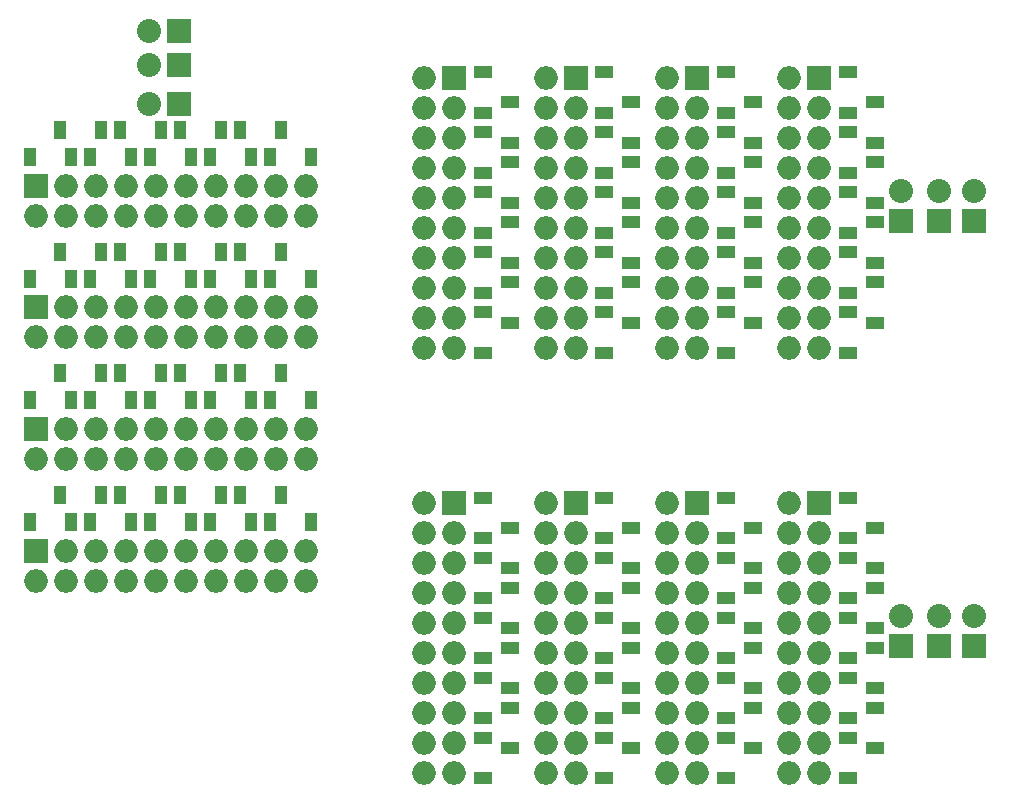
<source format=gts>
%MOIN*%
%OFA0B0*%
%FSLAX46Y46*%
%IPPOS*%
%LPD*%
%ADD10C,0.005905511811023622*%
%ADD11R,0.062992125984251982X0.03937007874015748*%
%ADD12O,0.07874015748031496X0.07874015748031496*%
%ADD13R,0.07874015748031496X0.07874015748031496*%
%ADD14R,0.08X0.08*%
%ADD15O,0.08X0.08*%
%ADD26C,0.005905511811023622*%
%ADD27R,0.062992125984251982X0.03937007874015748*%
%ADD28O,0.07874015748031496X0.07874015748031496*%
%ADD29R,0.07874015748031496X0.07874015748031496*%
%ADD30R,0.08X0.08*%
%ADD31O,0.08X0.08*%
%ADD42C,0.005905511811023622*%
%ADD43R,0.03937007874015748X0.062992125984251982*%
%ADD44O,0.07874015748031496X0.07874015748031496*%
%ADD45R,0.07874015748031496X0.07874015748031496*%
%ADD46R,0.08X0.08*%
%ADD47O,0.08X0.08*%
%LPD*%
G01G01*
D10*
D11*
X0001968503Y0002519685D02*
X0002654171Y0002129579D03*
X0002654171Y0001995721D03*
X0002248856Y0001395721D03*
X0002248856Y0001529579D03*
D12*
X0003268856Y0001411705D03*
X0003368856Y0001411705D03*
X0003268856Y0001511705D03*
X0003368856Y0001511705D03*
X0003268856Y0001611705D03*
X0003368856Y0001611705D03*
X0003268856Y0001711705D03*
X0003368856Y0001711705D03*
X0003268856Y0001811705D03*
X0003368856Y0001811705D03*
X0003268856Y0001911705D03*
X0003368856Y0001911705D03*
X0003268856Y0002011705D03*
X0003368856Y0002011705D03*
X0003268856Y0002111705D03*
X0003368856Y0002111705D03*
X0003268856Y0002211705D03*
X0003368856Y0002211705D03*
X0003268856Y0002311705D03*
D13*
X0003368856Y0002311705D03*
D11*
X0003554800Y0001829579D03*
X0003554800Y0001695721D03*
X0003464800Y0001595721D03*
X0003464800Y0001729579D03*
X0003554800Y0001495721D03*
X0003554800Y0001629579D03*
X0003464800Y0001529579D03*
X0003464800Y0001395721D03*
X0003554800Y0002229579D03*
X0003554800Y0002095721D03*
X0003464800Y0001995721D03*
X0003464800Y0002129579D03*
X0003554800Y0001895721D03*
X0003554800Y0002029579D03*
X0003464800Y0001929579D03*
X0003464800Y0001795721D03*
X0003464800Y0002329579D03*
X0003464800Y0002195721D03*
D13*
X0002963541Y0002311705D03*
D12*
X0002863541Y0002311705D03*
X0002963541Y0002211705D03*
X0002863541Y0002211705D03*
X0002963541Y0002111705D03*
X0002863541Y0002111705D03*
X0002963541Y0002011705D03*
X0002863541Y0002011705D03*
X0002963541Y0001911705D03*
X0002863541Y0001911705D03*
X0002963541Y0001811705D03*
X0002863541Y0001811705D03*
X0002963541Y0001711705D03*
X0002863541Y0001711705D03*
X0002963541Y0001611705D03*
X0002863541Y0001611705D03*
X0002963541Y0001511705D03*
X0002863541Y0001511705D03*
X0002963541Y0001411705D03*
X0002863541Y0001411705D03*
D11*
X0003149485Y0001695721D03*
X0003149485Y0001829579D03*
X0003059485Y0001729579D03*
X0003059485Y0001595721D03*
X0003149485Y0001629579D03*
X0003149485Y0001495721D03*
X0003059485Y0001395721D03*
X0003059485Y0001529579D03*
X0003149485Y0002095721D03*
X0003149485Y0002229579D03*
X0003059485Y0002129579D03*
X0003059485Y0001995721D03*
X0003149485Y0002029579D03*
X0003149485Y0001895721D03*
X0003059485Y0001795721D03*
X0003059485Y0001929579D03*
X0003059485Y0002195721D03*
X0003059485Y0002329579D03*
D13*
X0002558226Y0002311705D03*
D12*
X0002458226Y0002311705D03*
X0002558226Y0002211705D03*
X0002458226Y0002211705D03*
X0002558226Y0002111705D03*
X0002458226Y0002111705D03*
X0002558226Y0002011705D03*
X0002458226Y0002011705D03*
X0002558226Y0001911705D03*
X0002458226Y0001911705D03*
X0002558226Y0001811705D03*
X0002458226Y0001811705D03*
X0002558226Y0001711705D03*
X0002458226Y0001711705D03*
X0002558226Y0001611705D03*
X0002458226Y0001611705D03*
X0002558226Y0001511705D03*
X0002458226Y0001511705D03*
X0002558226Y0001411705D03*
X0002458226Y0001411705D03*
D11*
X0002744171Y0001695721D03*
X0002744171Y0001829579D03*
X0002654171Y0001729579D03*
X0002654171Y0001595721D03*
X0002744171Y0001629579D03*
X0002744171Y0001495721D03*
X0002654171Y0001395721D03*
X0002654171Y0001529579D03*
X0002744171Y0002095721D03*
X0002744171Y0002229579D03*
X0002744171Y0002029579D03*
X0002744171Y0001895721D03*
X0002654171Y0001795721D03*
X0002654171Y0001929579D03*
X0002654171Y0002195721D03*
X0002654171Y0002329579D03*
X0002338856Y0002095721D03*
X0002338856Y0002229579D03*
X0002338856Y0002029579D03*
X0002338856Y0001895721D03*
X0002338856Y0001695721D03*
X0002338856Y0001829579D03*
X0002338856Y0001629579D03*
X0002338856Y0001495721D03*
X0002248856Y0002195721D03*
X0002248856Y0002329579D03*
X0002248856Y0002129579D03*
X0002248856Y0001995721D03*
X0002248856Y0001795721D03*
X0002248856Y0001929579D03*
X0002248856Y0001729579D03*
X0002248856Y0001595721D03*
D13*
X0002152911Y0002311705D03*
D12*
X0002052911Y0002311705D03*
X0002152911Y0002211705D03*
X0002052911Y0002211705D03*
X0002152911Y0002111705D03*
X0002052911Y0002111705D03*
X0002152911Y0002011705D03*
X0002052911Y0002011705D03*
X0002152911Y0001911705D03*
X0002052911Y0001911705D03*
X0002152911Y0001811705D03*
X0002052911Y0001811705D03*
X0002152911Y0001711705D03*
X0002052911Y0001711705D03*
X0002152911Y0001611705D03*
X0002052911Y0001611705D03*
X0002152911Y0001511705D03*
X0002052911Y0001511705D03*
X0002152911Y0001411705D03*
X0002052911Y0001411705D03*
D14*
X0003641732Y0001835039D03*
D15*
X0003641732Y0001935039D03*
X0003770866Y0001934645D03*
D14*
X0003770866Y0001834645D03*
X0003885433Y0001834645D03*
D15*
X0003885433Y0001934645D03*
G04 next file*
G01G01G01G01*
D26*
D27*
X0001968503Y0003937007D02*
X0002654171Y0003546902D03*
X0002654171Y0003413044D03*
X0002248856Y0002813044D03*
X0002248856Y0002946901D03*
D28*
X0003268856Y0002829028D03*
X0003368856Y0002829028D03*
X0003268856Y0002929028D03*
X0003368856Y0002929028D03*
X0003268856Y0003029028D03*
X0003368856Y0003029028D03*
X0003268856Y0003129028D03*
X0003368856Y0003129028D03*
X0003268856Y0003229028D03*
X0003368856Y0003229028D03*
X0003268856Y0003329028D03*
X0003368856Y0003329028D03*
X0003268856Y0003429027D03*
X0003368856Y0003429027D03*
X0003268856Y0003529027D03*
X0003368856Y0003529027D03*
X0003268856Y0003629028D03*
X0003368856Y0003629028D03*
X0003268856Y0003729028D03*
D29*
X0003368856Y0003729028D03*
D27*
X0003554800Y0003246902D03*
X0003554800Y0003113044D03*
X0003464800Y0003013044D03*
X0003464800Y0003146902D03*
X0003554800Y0002913044D03*
X0003554800Y0003046902D03*
X0003464800Y0002946901D03*
X0003464800Y0002813044D03*
X0003554800Y0003646902D03*
X0003554800Y0003513044D03*
X0003464800Y0003413044D03*
X0003464800Y0003546902D03*
X0003554800Y0003313044D03*
X0003554800Y0003446902D03*
X0003464800Y0003346901D03*
X0003464800Y0003213044D03*
X0003464800Y0003746902D03*
X0003464800Y0003613044D03*
D29*
X0002963541Y0003729028D03*
D28*
X0002863540Y0003729028D03*
X0002963541Y0003629028D03*
X0002863540Y0003629028D03*
X0002963541Y0003529027D03*
X0002863540Y0003529027D03*
X0002963541Y0003429027D03*
X0002863540Y0003429027D03*
X0002963541Y0003329028D03*
X0002863540Y0003329028D03*
X0002963541Y0003229028D03*
X0002863540Y0003229028D03*
X0002963541Y0003129028D03*
X0002863540Y0003129028D03*
X0002963541Y0003029028D03*
X0002863540Y0003029028D03*
X0002963541Y0002929028D03*
X0002863540Y0002929028D03*
X0002963541Y0002829028D03*
X0002863540Y0002829028D03*
D27*
X0003149485Y0003113044D03*
X0003149485Y0003246902D03*
X0003059484Y0003146902D03*
X0003059484Y0003013044D03*
X0003149485Y0003046902D03*
X0003149485Y0002913044D03*
X0003059484Y0002813044D03*
X0003059484Y0002946901D03*
X0003149485Y0003513044D03*
X0003149485Y0003646902D03*
X0003059484Y0003546902D03*
X0003059484Y0003413044D03*
X0003149485Y0003446902D03*
X0003149485Y0003313044D03*
X0003059484Y0003213044D03*
X0003059484Y0003346901D03*
X0003059484Y0003613044D03*
X0003059484Y0003746902D03*
D29*
X0002558226Y0003729028D03*
D28*
X0002458226Y0003729028D03*
X0002558226Y0003629028D03*
X0002458226Y0003629028D03*
X0002558226Y0003529027D03*
X0002458226Y0003529027D03*
X0002558226Y0003429027D03*
X0002458226Y0003429027D03*
X0002558226Y0003329028D03*
X0002458226Y0003329028D03*
X0002558226Y0003229028D03*
X0002458226Y0003229028D03*
X0002558226Y0003129028D03*
X0002458226Y0003129028D03*
X0002558226Y0003029028D03*
X0002458226Y0003029028D03*
X0002558226Y0002929028D03*
X0002458226Y0002929028D03*
X0002558226Y0002829028D03*
X0002458226Y0002829028D03*
D27*
X0002744171Y0003113044D03*
X0002744171Y0003246902D03*
X0002654171Y0003146902D03*
X0002654171Y0003013044D03*
X0002744171Y0003046902D03*
X0002744171Y0002913044D03*
X0002654171Y0002813044D03*
X0002654171Y0002946901D03*
X0002744171Y0003513044D03*
X0002744171Y0003646902D03*
X0002744171Y0003446902D03*
X0002744171Y0003313044D03*
X0002654171Y0003213044D03*
X0002654171Y0003346901D03*
X0002654171Y0003613044D03*
X0002654171Y0003746902D03*
X0002338856Y0003513044D03*
X0002338856Y0003646902D03*
X0002338856Y0003446902D03*
X0002338856Y0003313044D03*
X0002338856Y0003113044D03*
X0002338856Y0003246902D03*
X0002338856Y0003046902D03*
X0002338856Y0002913044D03*
X0002248856Y0003613044D03*
X0002248856Y0003746902D03*
X0002248856Y0003546902D03*
X0002248856Y0003413044D03*
X0002248856Y0003213044D03*
X0002248856Y0003346901D03*
X0002248856Y0003146902D03*
X0002248856Y0003013044D03*
D29*
X0002152911Y0003729028D03*
D28*
X0002052911Y0003729028D03*
X0002152911Y0003629028D03*
X0002052911Y0003629028D03*
X0002152911Y0003529027D03*
X0002052911Y0003529027D03*
X0002152911Y0003429027D03*
X0002052911Y0003429027D03*
X0002152911Y0003329028D03*
X0002052911Y0003329028D03*
X0002152911Y0003229028D03*
X0002052911Y0003229028D03*
X0002152911Y0003129028D03*
X0002052911Y0003129028D03*
X0002152911Y0003029028D03*
X0002052911Y0003029028D03*
X0002152911Y0002929028D03*
X0002052911Y0002929028D03*
X0002152911Y0002829028D03*
X0002052911Y0002829028D03*
D30*
X0003641732Y0003252362D03*
D31*
X0003641732Y0003352362D03*
X0003770866Y0003351968D03*
D30*
X0003770866Y0003251968D03*
X0003885433Y0003251968D03*
D31*
X0003885433Y0003351968D03*
G04 next file*
G04 #@! TF.FileFunction,Soldermask,Top*
G04 Gerber Fmt 4.6, Leading zero omitted, Abs format (unit mm)*
G04 Created by KiCad (PCBNEW (2016-10-28 revision 192d4b8)-makepkg) date 11/16/16 20:27:21*
G01G01G01G01*
G04 APERTURE LIST*
G04 APERTURE END LIST*
D42*
D43*
X0000551181Y0001968503D02*
X0000941286Y0002654171D03*
X0001075144Y0002654171D03*
X0001675144Y0002248856D03*
X0001541286Y0002248856D03*
D44*
X0001659160Y0003268856D03*
X0001659160Y0003368856D03*
X0001559159Y0003268856D03*
X0001559159Y0003368856D03*
X0001459160Y0003268856D03*
X0001459160Y0003368856D03*
X0001359160Y0003268856D03*
X0001359160Y0003368856D03*
X0001259160Y0003268856D03*
X0001259160Y0003368856D03*
X0001159160Y0003268856D03*
X0001159160Y0003368856D03*
X0001059160Y0003268856D03*
X0001059160Y0003368856D03*
X0000959160Y0003268856D03*
X0000959160Y0003368856D03*
X0000859160Y0003268856D03*
X0000859160Y0003368856D03*
X0000759160Y0003268856D03*
D45*
X0000759160Y0003368856D03*
D43*
X0001241286Y0003554800D03*
X0001375144Y0003554800D03*
X0001475144Y0003464800D03*
X0001341286Y0003464800D03*
X0001575144Y0003554800D03*
X0001441286Y0003554800D03*
X0001541286Y0003464800D03*
X0001675144Y0003464800D03*
X0000841285Y0003554800D03*
X0000975143Y0003554800D03*
X0001075144Y0003464800D03*
X0000941286Y0003464800D03*
X0001175144Y0003554800D03*
X0001041285Y0003554800D03*
X0001141286Y0003464800D03*
X0001275144Y0003464800D03*
X0000741285Y0003464800D03*
X0000875144Y0003464800D03*
D45*
X0000759160Y0002963541D03*
D44*
X0000759160Y0002863540D03*
X0000859160Y0002963541D03*
X0000859160Y0002863540D03*
X0000959160Y0002963541D03*
X0000959160Y0002863540D03*
X0001059160Y0002963541D03*
X0001059160Y0002863540D03*
X0001159160Y0002963541D03*
X0001159160Y0002863540D03*
X0001259160Y0002963541D03*
X0001259160Y0002863540D03*
X0001359160Y0002963541D03*
X0001359160Y0002863540D03*
X0001459160Y0002963541D03*
X0001459160Y0002863540D03*
X0001559159Y0002963541D03*
X0001559159Y0002863540D03*
X0001659160Y0002963541D03*
X0001659160Y0002863540D03*
D43*
X0001375144Y0003149485D03*
X0001241286Y0003149485D03*
X0001341286Y0003059484D03*
X0001475144Y0003059484D03*
X0001441286Y0003149485D03*
X0001575144Y0003149485D03*
X0001675144Y0003059484D03*
X0001541286Y0003059484D03*
X0000975143Y0003149485D03*
X0000841285Y0003149485D03*
X0000941286Y0003059484D03*
X0001075144Y0003059484D03*
X0001041285Y0003149485D03*
X0001175144Y0003149485D03*
X0001275144Y0003059484D03*
X0001141286Y0003059484D03*
X0000875144Y0003059484D03*
X0000741285Y0003059484D03*
D45*
X0000759160Y0002558226D03*
D44*
X0000759160Y0002458226D03*
X0000859160Y0002558226D03*
X0000859160Y0002458226D03*
X0000959160Y0002558226D03*
X0000959160Y0002458226D03*
X0001059160Y0002558226D03*
X0001059160Y0002458226D03*
X0001159160Y0002558226D03*
X0001159160Y0002458226D03*
X0001259160Y0002558226D03*
X0001259160Y0002458226D03*
X0001359160Y0002558226D03*
X0001359160Y0002458226D03*
X0001459160Y0002558226D03*
X0001459160Y0002458226D03*
X0001559159Y0002558226D03*
X0001559159Y0002458226D03*
X0001659160Y0002558226D03*
X0001659160Y0002458226D03*
D43*
X0001375144Y0002744171D03*
X0001241286Y0002744171D03*
X0001341286Y0002654171D03*
X0001475144Y0002654171D03*
X0001441286Y0002744171D03*
X0001575144Y0002744171D03*
X0001675144Y0002654171D03*
X0001541286Y0002654171D03*
X0000975143Y0002744171D03*
X0000841285Y0002744171D03*
X0001041285Y0002744171D03*
X0001175144Y0002744171D03*
X0001275144Y0002654171D03*
X0001141286Y0002654171D03*
X0000875144Y0002654171D03*
X0000741285Y0002654171D03*
X0000975143Y0002338856D03*
X0000841285Y0002338856D03*
X0001041285Y0002338856D03*
X0001175144Y0002338856D03*
X0001375144Y0002338856D03*
X0001241286Y0002338856D03*
X0001441286Y0002338856D03*
X0001575144Y0002338856D03*
X0000875144Y0002248856D03*
X0000741285Y0002248856D03*
X0000941286Y0002248856D03*
X0001075144Y0002248856D03*
X0001275144Y0002248856D03*
X0001141286Y0002248856D03*
X0001341286Y0002248856D03*
X0001475144Y0002248856D03*
D45*
X0000759160Y0002152911D03*
D44*
X0000759160Y0002052911D03*
X0000859160Y0002152911D03*
X0000859160Y0002052911D03*
X0000959160Y0002152911D03*
X0000959160Y0002052911D03*
X0001059160Y0002152911D03*
X0001059160Y0002052911D03*
X0001159160Y0002152911D03*
X0001159160Y0002052911D03*
X0001259160Y0002152911D03*
X0001259160Y0002052911D03*
X0001359160Y0002152911D03*
X0001359160Y0002052911D03*
X0001459160Y0002152911D03*
X0001459160Y0002052911D03*
X0001559159Y0002152911D03*
X0001559159Y0002052911D03*
X0001659160Y0002152911D03*
X0001659160Y0002052911D03*
D46*
X0001235826Y0003641732D03*
D47*
X0001135826Y0003641732D03*
X0001136220Y0003770866D03*
D46*
X0001236220Y0003770866D03*
X0001236220Y0003885433D03*
D47*
X0001136220Y0003885433D03*
M02*
</source>
